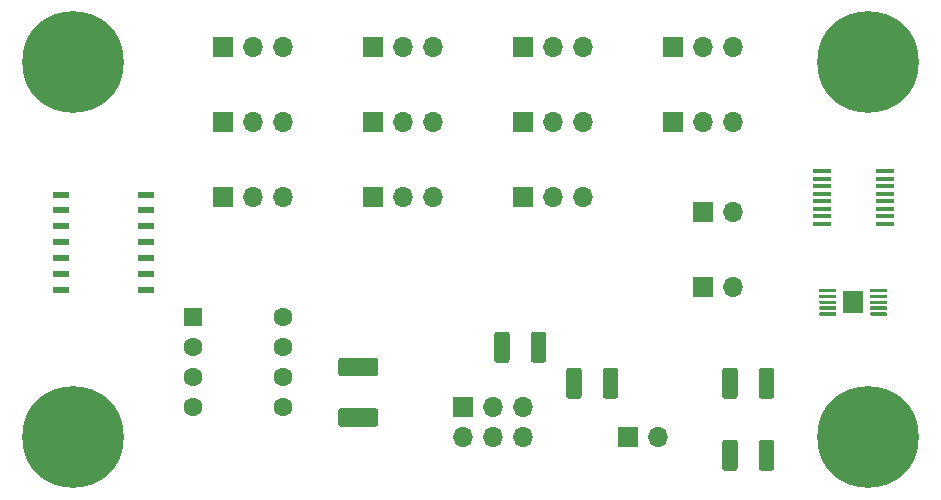
<source format=gbr>
%TF.GenerationSoftware,KiCad,Pcbnew,(5.1.8)-1*%
%TF.CreationDate,2021-01-25T11:57:41-05:00*%
%TF.ProjectId,Analog_Panel,416e616c-6f67-45f5-9061-6e656c2e6b69,rev?*%
%TF.SameCoordinates,Original*%
%TF.FileFunction,Soldermask,Top*%
%TF.FilePolarity,Negative*%
%FSLAX46Y46*%
G04 Gerber Fmt 4.6, Leading zero omitted, Abs format (unit mm)*
G04 Created by KiCad (PCBNEW (5.1.8)-1) date 2021-01-25 11:57:41*
%MOMM*%
%LPD*%
G01*
G04 APERTURE LIST*
%ADD10C,8.600000*%
%ADD11C,0.900000*%
%ADD12R,1.700000X1.700000*%
%ADD13O,1.700000X1.700000*%
%ADD14R,1.422400X0.558800*%
%ADD15R,1.600000X1.600000*%
%ADD16C,1.600000*%
%ADD17R,1.600000X0.410000*%
%ADD18R,1.680000X1.880000*%
G04 APERTURE END LIST*
D10*
%TO.C,REF\u002A\u002A*%
X31750000Y-24130000D03*
D11*
X34975000Y-24130000D03*
X34030419Y-26410419D03*
X31750000Y-27355000D03*
X29469581Y-26410419D03*
X28525000Y-24130000D03*
X29469581Y-21849581D03*
X31750000Y-20905000D03*
X34030419Y-21849581D03*
%TD*%
D10*
%TO.C,REF\u002A\u002A*%
X99060000Y-24130000D03*
D11*
X102285000Y-24130000D03*
X101340419Y-26410419D03*
X99060000Y-27355000D03*
X96779581Y-26410419D03*
X95835000Y-24130000D03*
X96779581Y-21849581D03*
X99060000Y-20905000D03*
X101340419Y-21849581D03*
%TD*%
D10*
%TO.C,REF\u002A\u002A*%
X99060000Y-55880000D03*
D11*
X102285000Y-55880000D03*
X101340419Y-58160419D03*
X99060000Y-59105000D03*
X96779581Y-58160419D03*
X95835000Y-55880000D03*
X96779581Y-53599581D03*
X99060000Y-52655000D03*
X101340419Y-53599581D03*
%TD*%
D10*
%TO.C,REF\u002A\u002A*%
X31750000Y-55880000D03*
D11*
X34975000Y-55880000D03*
X34030419Y-58160419D03*
X31750000Y-59105000D03*
X29469581Y-58160419D03*
X28525000Y-55880000D03*
X29469581Y-53599581D03*
X31750000Y-52655000D03*
X34030419Y-53599581D03*
%TD*%
%TO.C,C1*%
G36*
G01*
X54429999Y-49145000D02*
X57330001Y-49145000D01*
G75*
G02*
X57580000Y-49394999I0J-249999D01*
G01*
X57580000Y-50470001D01*
G75*
G02*
X57330001Y-50720000I-249999J0D01*
G01*
X54429999Y-50720000D01*
G75*
G02*
X54180000Y-50470001I0J249999D01*
G01*
X54180000Y-49394999D01*
G75*
G02*
X54429999Y-49145000I249999J0D01*
G01*
G37*
G36*
G01*
X54429999Y-53420000D02*
X57330001Y-53420000D01*
G75*
G02*
X57580000Y-53669999I0J-249999D01*
G01*
X57580000Y-54745001D01*
G75*
G02*
X57330001Y-54995000I-249999J0D01*
G01*
X54429999Y-54995000D01*
G75*
G02*
X54180000Y-54745001I0J249999D01*
G01*
X54180000Y-53669999D01*
G75*
G02*
X54429999Y-53420000I249999J0D01*
G01*
G37*
%TD*%
D12*
%TO.C,J1*%
X64770000Y-53340000D03*
D13*
X64770000Y-55880000D03*
X67310000Y-53340000D03*
X67310000Y-55880000D03*
X69850000Y-53340000D03*
X69850000Y-55880000D03*
%TD*%
D12*
%TO.C,J2*%
X78740000Y-55880000D03*
D13*
X81280000Y-55880000D03*
%TD*%
D12*
%TO.C,J3*%
X44450000Y-22860000D03*
D13*
X46990000Y-22860000D03*
X49530000Y-22860000D03*
%TD*%
%TO.C,J4*%
X87630000Y-22860000D03*
X85090000Y-22860000D03*
D12*
X82550000Y-22860000D03*
%TD*%
%TO.C,J5*%
X69850000Y-29210000D03*
D13*
X72390000Y-29210000D03*
X74930000Y-29210000D03*
%TD*%
%TO.C,J6*%
X62230000Y-35560000D03*
X59690000Y-35560000D03*
D12*
X57150000Y-35560000D03*
%TD*%
%TO.C,J7*%
X57150000Y-22860000D03*
D13*
X59690000Y-22860000D03*
X62230000Y-22860000D03*
%TD*%
D12*
%TO.C,J8*%
X44450000Y-29210000D03*
D13*
X46990000Y-29210000D03*
X49530000Y-29210000D03*
%TD*%
%TO.C,J9*%
X87630000Y-29210000D03*
X85090000Y-29210000D03*
D12*
X82550000Y-29210000D03*
%TD*%
%TO.C,J10*%
X69850000Y-35560000D03*
D13*
X72390000Y-35560000D03*
X74930000Y-35560000D03*
%TD*%
%TO.C,J11*%
X74930000Y-22860000D03*
X72390000Y-22860000D03*
D12*
X69850000Y-22860000D03*
%TD*%
%TO.C,J12*%
X57150000Y-29210000D03*
D13*
X59690000Y-29210000D03*
X62230000Y-29210000D03*
%TD*%
%TO.C,J13*%
X49530000Y-35560000D03*
X46990000Y-35560000D03*
D12*
X44450000Y-35560000D03*
%TD*%
%TO.C,J14*%
X85090000Y-36830000D03*
D13*
X87630000Y-36830000D03*
%TD*%
%TO.C,J15*%
X87630000Y-43180000D03*
D12*
X85090000Y-43180000D03*
%TD*%
%TO.C,R1*%
G36*
G01*
X73492000Y-52383000D02*
X73492000Y-50233000D01*
G75*
G02*
X73742000Y-49983000I250000J0D01*
G01*
X74542000Y-49983000D01*
G75*
G02*
X74792000Y-50233000I0J-250000D01*
G01*
X74792000Y-52383000D01*
G75*
G02*
X74542000Y-52633000I-250000J0D01*
G01*
X73742000Y-52633000D01*
G75*
G02*
X73492000Y-52383000I0J250000D01*
G01*
G37*
G36*
G01*
X76592000Y-52383000D02*
X76592000Y-50233000D01*
G75*
G02*
X76842000Y-49983000I250000J0D01*
G01*
X77642000Y-49983000D01*
G75*
G02*
X77892000Y-50233000I0J-250000D01*
G01*
X77892000Y-52383000D01*
G75*
G02*
X77642000Y-52633000I-250000J0D01*
G01*
X76842000Y-52633000D01*
G75*
G02*
X76592000Y-52383000I0J250000D01*
G01*
G37*
%TD*%
%TO.C,R2*%
G36*
G01*
X68696000Y-47185000D02*
X68696000Y-49335000D01*
G75*
G02*
X68446000Y-49585000I-250000J0D01*
G01*
X67646000Y-49585000D01*
G75*
G02*
X67396000Y-49335000I0J250000D01*
G01*
X67396000Y-47185000D01*
G75*
G02*
X67646000Y-46935000I250000J0D01*
G01*
X68446000Y-46935000D01*
G75*
G02*
X68696000Y-47185000I0J-250000D01*
G01*
G37*
G36*
G01*
X71796000Y-47185000D02*
X71796000Y-49335000D01*
G75*
G02*
X71546000Y-49585000I-250000J0D01*
G01*
X70746000Y-49585000D01*
G75*
G02*
X70496000Y-49335000I0J250000D01*
G01*
X70496000Y-47185000D01*
G75*
G02*
X70746000Y-46935000I250000J0D01*
G01*
X71546000Y-46935000D01*
G75*
G02*
X71796000Y-47185000I0J-250000D01*
G01*
G37*
%TD*%
%TO.C,R3*%
G36*
G01*
X89800000Y-52383000D02*
X89800000Y-50233000D01*
G75*
G02*
X90050000Y-49983000I250000J0D01*
G01*
X90850000Y-49983000D01*
G75*
G02*
X91100000Y-50233000I0J-250000D01*
G01*
X91100000Y-52383000D01*
G75*
G02*
X90850000Y-52633000I-250000J0D01*
G01*
X90050000Y-52633000D01*
G75*
G02*
X89800000Y-52383000I0J250000D01*
G01*
G37*
G36*
G01*
X86700000Y-52383000D02*
X86700000Y-50233000D01*
G75*
G02*
X86950000Y-49983000I250000J0D01*
G01*
X87750000Y-49983000D01*
G75*
G02*
X88000000Y-50233000I0J-250000D01*
G01*
X88000000Y-52383000D01*
G75*
G02*
X87750000Y-52633000I-250000J0D01*
G01*
X86950000Y-52633000D01*
G75*
G02*
X86700000Y-52383000I0J250000D01*
G01*
G37*
%TD*%
%TO.C,R4*%
G36*
G01*
X86700000Y-58479000D02*
X86700000Y-56329000D01*
G75*
G02*
X86950000Y-56079000I250000J0D01*
G01*
X87750000Y-56079000D01*
G75*
G02*
X88000000Y-56329000I0J-250000D01*
G01*
X88000000Y-58479000D01*
G75*
G02*
X87750000Y-58729000I-250000J0D01*
G01*
X86950000Y-58729000D01*
G75*
G02*
X86700000Y-58479000I0J250000D01*
G01*
G37*
G36*
G01*
X89800000Y-58479000D02*
X89800000Y-56329000D01*
G75*
G02*
X90050000Y-56079000I250000J0D01*
G01*
X90850000Y-56079000D01*
G75*
G02*
X91100000Y-56329000I0J-250000D01*
G01*
X91100000Y-58479000D01*
G75*
G02*
X90850000Y-58729000I-250000J0D01*
G01*
X90050000Y-58729000D01*
G75*
G02*
X89800000Y-58479000I0J250000D01*
G01*
G37*
%TD*%
D14*
%TO.C,RN1*%
X30708600Y-35331400D03*
X30708600Y-36677600D03*
X30708600Y-38023800D03*
X30708600Y-39370000D03*
X30708600Y-40716200D03*
X30708600Y-42062400D03*
X30708600Y-43408600D03*
X37871400Y-43408600D03*
X37871400Y-42062400D03*
X37871400Y-40716200D03*
X37871400Y-39370000D03*
X37871400Y-38023800D03*
X37871400Y-36677600D03*
X37871400Y-35331400D03*
%TD*%
D15*
%TO.C,U1*%
X41910000Y-45720000D03*
D16*
X41910000Y-48260000D03*
X41910000Y-50800000D03*
X41910000Y-53340000D03*
X49530000Y-53340000D03*
X49530000Y-50800000D03*
X49530000Y-48260000D03*
X49530000Y-45720000D03*
%TD*%
D17*
%TO.C,U2*%
X95135700Y-33337500D03*
X95135700Y-33972500D03*
X95135700Y-34607500D03*
X95135700Y-35242500D03*
X95135700Y-35877500D03*
X95135700Y-36512500D03*
X95135700Y-37147500D03*
X95135700Y-37782500D03*
X100444300Y-37782500D03*
X100444300Y-37147500D03*
X100444300Y-36512500D03*
X100444300Y-35877500D03*
X100444300Y-35242500D03*
X100444300Y-34607500D03*
X100444300Y-33972500D03*
X100444300Y-33337500D03*
%TD*%
%TO.C,U3*%
G36*
G01*
X94915000Y-43525000D02*
X94915000Y-43375000D01*
G75*
G02*
X94990000Y-43300000I75000J0D01*
G01*
X96290000Y-43300000D01*
G75*
G02*
X96365000Y-43375000I0J-75000D01*
G01*
X96365000Y-43525000D01*
G75*
G02*
X96290000Y-43600000I-75000J0D01*
G01*
X94990000Y-43600000D01*
G75*
G02*
X94915000Y-43525000I0J75000D01*
G01*
G37*
G36*
G01*
X94915000Y-44025000D02*
X94915000Y-43875000D01*
G75*
G02*
X94990000Y-43800000I75000J0D01*
G01*
X96290000Y-43800000D01*
G75*
G02*
X96365000Y-43875000I0J-75000D01*
G01*
X96365000Y-44025000D01*
G75*
G02*
X96290000Y-44100000I-75000J0D01*
G01*
X94990000Y-44100000D01*
G75*
G02*
X94915000Y-44025000I0J75000D01*
G01*
G37*
G36*
G01*
X94915000Y-44525000D02*
X94915000Y-44375000D01*
G75*
G02*
X94990000Y-44300000I75000J0D01*
G01*
X96290000Y-44300000D01*
G75*
G02*
X96365000Y-44375000I0J-75000D01*
G01*
X96365000Y-44525000D01*
G75*
G02*
X96290000Y-44600000I-75000J0D01*
G01*
X94990000Y-44600000D01*
G75*
G02*
X94915000Y-44525000I0J75000D01*
G01*
G37*
G36*
G01*
X94915000Y-45025000D02*
X94915000Y-44875000D01*
G75*
G02*
X94990000Y-44800000I75000J0D01*
G01*
X96290000Y-44800000D01*
G75*
G02*
X96365000Y-44875000I0J-75000D01*
G01*
X96365000Y-45025000D01*
G75*
G02*
X96290000Y-45100000I-75000J0D01*
G01*
X94990000Y-45100000D01*
G75*
G02*
X94915000Y-45025000I0J75000D01*
G01*
G37*
G36*
G01*
X94915000Y-45525000D02*
X94915000Y-45375000D01*
G75*
G02*
X94990000Y-45300000I75000J0D01*
G01*
X96290000Y-45300000D01*
G75*
G02*
X96365000Y-45375000I0J-75000D01*
G01*
X96365000Y-45525000D01*
G75*
G02*
X96290000Y-45600000I-75000J0D01*
G01*
X94990000Y-45600000D01*
G75*
G02*
X94915000Y-45525000I0J75000D01*
G01*
G37*
G36*
G01*
X99215000Y-45525000D02*
X99215000Y-45375000D01*
G75*
G02*
X99290000Y-45300000I75000J0D01*
G01*
X100590000Y-45300000D01*
G75*
G02*
X100665000Y-45375000I0J-75000D01*
G01*
X100665000Y-45525000D01*
G75*
G02*
X100590000Y-45600000I-75000J0D01*
G01*
X99290000Y-45600000D01*
G75*
G02*
X99215000Y-45525000I0J75000D01*
G01*
G37*
G36*
G01*
X99215000Y-45025000D02*
X99215000Y-44875000D01*
G75*
G02*
X99290000Y-44800000I75000J0D01*
G01*
X100590000Y-44800000D01*
G75*
G02*
X100665000Y-44875000I0J-75000D01*
G01*
X100665000Y-45025000D01*
G75*
G02*
X100590000Y-45100000I-75000J0D01*
G01*
X99290000Y-45100000D01*
G75*
G02*
X99215000Y-45025000I0J75000D01*
G01*
G37*
G36*
G01*
X99215000Y-44525000D02*
X99215000Y-44375000D01*
G75*
G02*
X99290000Y-44300000I75000J0D01*
G01*
X100590000Y-44300000D01*
G75*
G02*
X100665000Y-44375000I0J-75000D01*
G01*
X100665000Y-44525000D01*
G75*
G02*
X100590000Y-44600000I-75000J0D01*
G01*
X99290000Y-44600000D01*
G75*
G02*
X99215000Y-44525000I0J75000D01*
G01*
G37*
G36*
G01*
X99215000Y-44025000D02*
X99215000Y-43875000D01*
G75*
G02*
X99290000Y-43800000I75000J0D01*
G01*
X100590000Y-43800000D01*
G75*
G02*
X100665000Y-43875000I0J-75000D01*
G01*
X100665000Y-44025000D01*
G75*
G02*
X100590000Y-44100000I-75000J0D01*
G01*
X99290000Y-44100000D01*
G75*
G02*
X99215000Y-44025000I0J75000D01*
G01*
G37*
G36*
G01*
X99215000Y-43525000D02*
X99215000Y-43375000D01*
G75*
G02*
X99290000Y-43300000I75000J0D01*
G01*
X100590000Y-43300000D01*
G75*
G02*
X100665000Y-43375000I0J-75000D01*
G01*
X100665000Y-43525000D01*
G75*
G02*
X100590000Y-43600000I-75000J0D01*
G01*
X99290000Y-43600000D01*
G75*
G02*
X99215000Y-43525000I0J75000D01*
G01*
G37*
D18*
X97790000Y-44450000D03*
%TD*%
M02*

</source>
